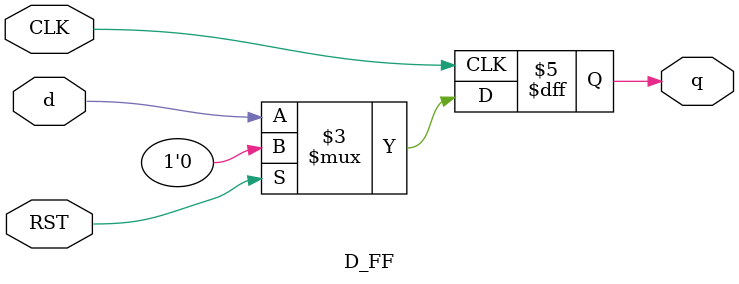
<source format=sv>
module D_FF (q, d, RST, CLK);
	output logic q;
	input logic d, RST, CLK;
	
	always_ff @(posedge CLK) begin // Hold val until clock edge
		if (RST)
			q <= 0; // On reset, set to 0
		else
			q <= d; // Otherwise out = d
	end
endmodule

//module D_FF_testbench ();
//	logic CLOCK_50, KEY[3:0], SW[9:0], q1, q0, RST;
//	
//	D_FF DFF0 (.q(q0), .d(KEY[3]), .RST(SW[9]), .CLK(CLOCK_50));
//	
//	D_FF dut (.q(q1), .d(q0), .RST(SW[9]), .CLK(CLOCK_50));
//	
//	
//	// Set up a simulated  clock
//	parameter CLOCK_PERIOD = 100;
//	initial begin
//		CLOCK_50 <= 0;
//		forever # (CLOCK_PERIOD/2) CLOCK_50 <= ~CLOCK_50;	// Forever toggle clock
//	end
//	
//	initial begin
//							repeat(1) @(posedge CLOCK_50);
//		SW[9] 	<= 1;	KEY[3] <= 0; repeat(4) @(posedge CLOCK_50);	// reset on, key press off
//		SW[9]		<=	0;	repeat(1) @(posedge CLOCK_50);	// reset off
//		KEY[3]	<=	1;	repeat(4) @(posedge CLOCK_50);	// key press on
//		KEY[3]	<= 0;	repeat(4) @(posedge CLOCK_50);	// key press off
//		KEY[3]	<= 1;	repeat(4) @(posedge CLOCK_50);	// key press on
//		SW[9]		<= 1;	repeat(5) @(posedge CLOCK_50);	// reset on
//		$stop;	// end simulation
//	end
//	
//endmodule
</source>
